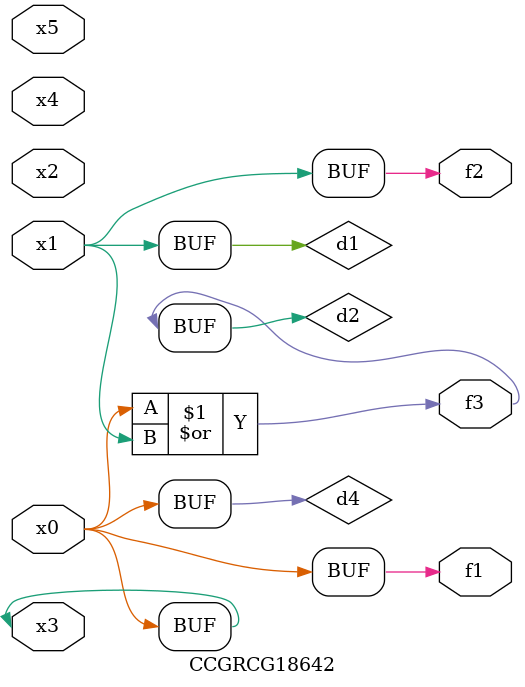
<source format=v>
module CCGRCG18642(
	input x0, x1, x2, x3, x4, x5,
	output f1, f2, f3
);

	wire d1, d2, d3, d4;

	and (d1, x1);
	or (d2, x0, x1);
	nand (d3, x0, x5);
	buf (d4, x0, x3);
	assign f1 = d4;
	assign f2 = d1;
	assign f3 = d2;
endmodule

</source>
